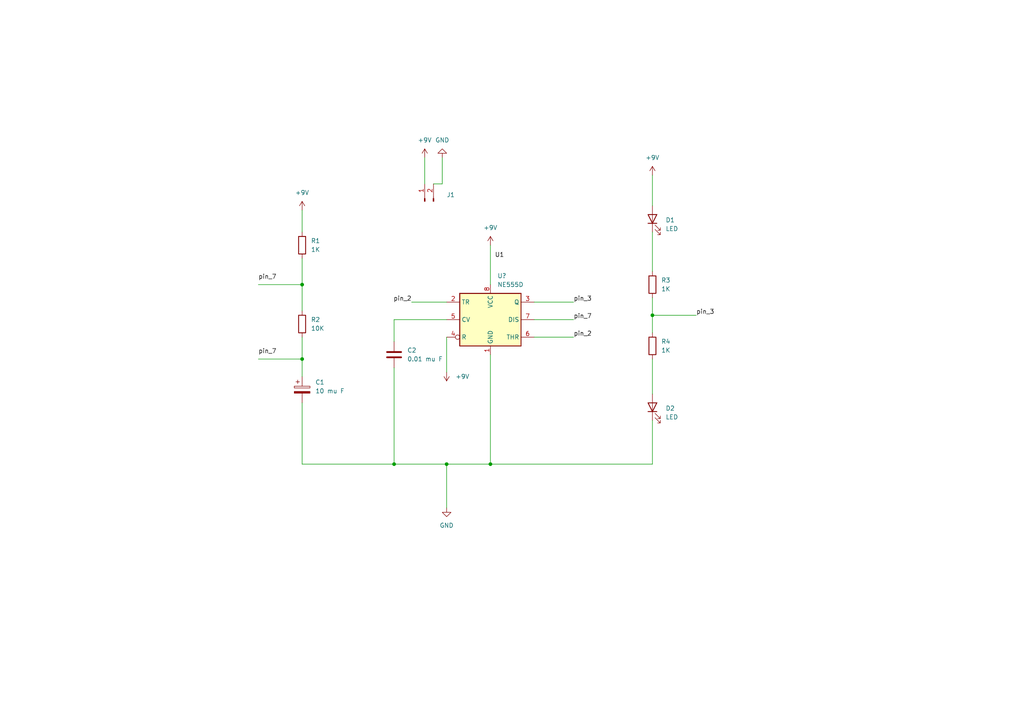
<source format=kicad_sch>
(kicad_sch (version 20211123) (generator eeschema)
  (paper "A4")
  (lib_symbols
    (symbol "Connector:Conn_01x02_Male" (pin_names (offset 1.016) hide)
      (property "Reference" "J" (at 0 2.54 0))
      (property "Value" "Conn_01x02_Male" (at 0 -5.08 0))
      (symbol "Conn_01x02_Male_1_1"
        (polyline (pts (xy 1.27 -2.54) (xy 0.8636 -2.54)) (stroke (width 0.1524)))
        (polyline (pts (xy 1.27 0) (xy 0.8636 0)) (stroke (width 0.1524)))
        (rectangle (start 0.8636 -2.413) (end 0 -2.667) (stroke (width 0.1524)) (fill (type outline)))
        (rectangle (start 0.8636 0.127) (end 0 -0.127) (stroke (width 0.1524)) (fill (type outline)))
        (pin passive line (at 5.08 0 180) (length 3.81) (name "Pin_1") (number "1"))
        (pin passive line (at 5.08 -2.54 180) (length 3.81) (name "Pin_2") (number "2"))
      )
    )
    (symbol "Device:C" (pin_numbers hide) (pin_names (offset 0.254))
      (property "Reference" "C" (at 0.635 2.54 0))
      (property "Value" "C" (at 0.635 -2.54 0))
      (symbol "C_0_1"
        (polyline (pts (xy -2.032 -0.762) (xy 2.032 -0.762)) (stroke (width 0.508)))
        (polyline (pts (xy -2.032 0.762) (xy 2.032 0.762)) (stroke (width 0.508)))
      )
      (symbol "C_1_1"
        (pin passive line (at 0 3.81 270) (length 2.794) (name "~") (number "1"))
        (pin passive line (at 0 -3.81 90) (length 2.794) (name "~") (number "2"))
      )
    )
    (symbol "Device:C_Polarized" (pin_numbers hide) (pin_names (offset 0.254))
      (property "Reference" "C" (at 0.635 2.54 0))
      (property "Value" "C_Polarized" (at 0.635 -2.54 0))
      (symbol "C_Polarized_0_1"
        (rectangle (start -2.286 0.508) (end 2.286 1.016))
        (polyline (pts (xy -1.778 2.286) (xy -0.762 2.286)))
        (polyline (pts (xy -1.27 2.794) (xy -1.27 1.778)))
        (rectangle (start 2.286 -0.508) (end -2.286 -1.016) (fill (type outline)))
      )
      (symbol "C_Polarized_1_1"
        (pin passive line (at 0 3.81 270) (length 2.794) (name "~") (number "1"))
        (pin passive line (at 0 -3.81 90) (length 2.794) (name "~") (number "2"))
      )
    )
    (symbol "Device:LED" (pin_numbers hide) (pin_names (offset 1.016) hide)
      (property "Reference" "D" (at 0 2.54 0))
      (property "Value" "LED" (at 0 -2.54 0))
      (symbol "LED_0_1"
        (polyline (pts (xy -1.27 -1.27) (xy -1.27 1.27)) (stroke (width 0.254)))
        (polyline (pts (xy -1.27 0) (xy 1.27 0)))
        (polyline (pts (xy 1.27 -1.27) (xy 1.27 1.27) (xy -1.27 0) (xy 1.27 -1.27)) (stroke (width 0.254)))
        (polyline (pts (xy -3.048 -0.762) (xy -4.572 -2.286) (xy -3.81 -2.286) (xy -4.572 -2.286) (xy -4.572 -1.524)))
        (polyline (pts (xy -1.778 -0.762) (xy -3.302 -2.286) (xy -2.54 -2.286) (xy -3.302 -2.286) (xy -3.302 -1.524)))
      )
      (symbol "LED_1_1"
        (pin passive line (at -3.81 0 0) (length 2.54) (name "K") (number "1"))
        (pin passive line (at 3.81 0 180) (length 2.54) (name "A") (number "2"))
      )
    )
    (symbol "Device:R" (pin_numbers hide) (pin_names (offset 0))
      (property "Reference" "R" (at 2.032 0 90))
      (property "Value" "R" (at 0 0 90))
      (symbol "R_0_1"
        (rectangle (start -1.016 -2.54) (end 1.016 2.54) (stroke (width 0.254)))
      )
      (symbol "R_1_1"
        (pin passive line (at 0 3.81 270) (length 1.27) (name "~") (number "1"))
        (pin passive line (at 0 -3.81 90) (length 1.27) (name "~") (number "2"))
      )
    )
    (symbol "Timer:NE555D"
      (property "Reference" "U" (at -10.16 8.89 0))
      (property "Value" "NE555D" (at 2.54 8.89 0))
      (symbol "NE555D_0_0"
        (pin power_in line (at 0 -10.16 90) (length 2.54) (name "GND") (number "1"))
        (pin power_in line (at 0 10.16 270) (length 2.54) (name "VCC") (number "8"))
      )
      (symbol "NE555D_0_1"
        (rectangle (start -8.89 -7.62) (end 8.89 7.62) (stroke (width 0.254)) (fill (type background)))
        (rectangle (start -8.89 -7.62) (end 8.89 7.62) (stroke (width 0.254)) (fill (type background)))
      )
      (symbol "NE555D_1_1"
        (pin input line (at -12.7 5.08 0) (length 3.81) (name "TR") (number "2"))
        (pin output line (at 12.7 5.08 180) (length 3.81) (name "Q") (number "3"))
        (pin input inverted (at -12.7 -5.08 0) (length 3.81) (name "R") (number "4"))
        (pin input line (at -12.7 0 0) (length 3.81) (name "CV") (number "5"))
        (pin input line (at 12.7 -5.08 180) (length 3.81) (name "THR") (number "6"))
        (pin input line (at 12.7 0 180) (length 3.81) (name "DIS") (number "7"))
      )
    )
    (symbol "power:+9V" (power) (pin_names (offset 0))
      (property "Value" "+9V" (at 0 3.556 0))
      (symbol "+9V_0_1"
        (polyline (pts (xy -0.762 1.27) (xy 0 2.54)))
        (polyline (pts (xy 0 0) (xy 0 2.54)))
        (polyline (pts (xy 0 2.54) (xy 0.762 1.27)))
      )
      (symbol "+9V_1_1"
        (pin power_in line (at 0 0 90) (length 0) hide (name "+9V") (number "1"))
      )
    )
    (symbol "power:GND" (power) (pin_names (offset 0))
      (property "Value" "GND" (at 0 -3.81 0))
      (symbol "GND_0_1"
        (polyline (pts (xy 0 0) (xy 0 -1.27) (xy 1.27 -1.27) (xy 0 -2.54) (xy -1.27 -1.27) (xy 0 -1.27)))
      )
      (symbol "GND_1_1"
        (pin power_in line (at 0 0 270) (length 0) hide (name "GND") (number "1"))
      )
    )
  )
  (junction (at 142.24 134.62))
  (junction (at 87.63 82.55))
  (junction (at 114.3 134.62))
  (junction (at 129.54 134.62))
  (junction (at 87.63 104.14))
  (junction (at 189.23 91.44))
  (wire (pts (xy 128.27 53.34) (xy 125.73 53.34)))
  (wire (pts (xy 189.23 91.44) (xy 189.23 96.52)))
  (wire (pts (xy 189.23 91.44) (xy 201.93 91.44)))
  (wire (pts (xy 74.93 104.14) (xy 87.63 104.14)))
  (wire (pts (xy 189.23 50.8) (xy 189.23 59.69)))
  (wire (pts (xy 87.63 134.62) (xy 114.3 134.62)))
  (wire (pts (xy 87.63 60.96) (xy 87.63 67.31)))
  (wire (pts (xy 189.23 104.14) (xy 189.23 114.3)))
  (wire (pts (xy 114.3 106.68) (xy 114.3 134.62)))
  (wire (pts (xy 87.63 104.14) (xy 87.63 109.22)))
  (wire (pts (xy 142.24 71.12) (xy 142.24 82.55)))
  (wire (pts (xy 189.23 67.31) (xy 189.23 78.74)))
  (wire (pts (xy 114.3 134.62) (xy 129.54 134.62)))
  (wire (pts (xy 129.54 92.71) (xy 114.3 92.71)))
  (wire (pts (xy 119.38 87.63) (xy 129.54 87.63)))
  (wire (pts (xy 142.24 134.62) (xy 189.23 134.62)))
  (wire (pts (xy 142.24 102.87) (xy 142.24 134.62)))
  (wire (pts (xy 123.19 45.72) (xy 123.19 53.34)))
  (wire (pts (xy 128.27 45.72) (xy 128.27 53.34)))
  (wire (pts (xy 87.63 82.55) (xy 87.63 90.17)))
  (wire (pts (xy 129.54 97.79) (xy 129.54 107.95)))
  (wire (pts (xy 129.54 134.62) (xy 129.54 147.32)))
  (wire (pts (xy 154.94 97.79) (xy 166.37 97.79)))
  (wire (pts (xy 189.23 134.62) (xy 189.23 121.92)))
  (wire (pts (xy 114.3 92.71) (xy 114.3 99.06)))
  (wire (pts (xy 129.54 134.62) (xy 142.24 134.62)))
  (wire (pts (xy 154.94 92.71) (xy 166.37 92.71)))
  (wire (pts (xy 87.63 74.93) (xy 87.63 82.55)))
  (wire (pts (xy 87.63 116.84) (xy 87.63 134.62)))
  (wire (pts (xy 74.93 82.55) (xy 87.63 82.55)))
  (wire (pts (xy 154.94 87.63) (xy 166.37 87.63)))
  (wire (pts (xy 189.23 86.36) (xy 189.23 91.44)))
  (wire (pts (xy 87.63 97.79) (xy 87.63 104.14)))
  (label "pin_2" (at 119.38 87.63 180))
  (label "pin_7" (at 74.93 102.87 0))
  (label "pin_7" (at 74.93 81.28 0))
  (label "pin_3" (at 201.93 91.44 0))
  (label "pin_2" (at 166.37 97.79 0))
  (label "U1" (at 143.51 74.93 0))
  (label "pin_7" (at 166.37 92.71 0))
  (label "pin_3" (at 166.37 87.63 0))
  (symbol (lib_id "power:GND") (at 128.27 45.72 0) (mirror x) (unit 1)
    (property "Reference" "#PWR?" (effects hide))
    (property "Value" "GND" (at 128.27 40.64 0))
  )
  (symbol (lib_id "Device:R") (at 189.23 100.33 0) (unit 1)
    (property "Reference" "R4" (at 191.77 99.0599 0) (effects (justify left)))
    (property "Value" "1K" (at 191.77 101.5999 0) (effects (justify left)))
  )
  (symbol (lib_id "Connector:Conn_01x02_Male") (at 123.19 58.42 90) (unit 1)
    (property "Reference" "J1" (at 129.54 56.5149 90) (effects (justify right)))
    (property "Value" " " (at 129.54 59.0549 90) (effects (justify right)))
  )
  (symbol (lib_id "Device:R") (at 189.23 82.55 0) (unit 1)
    (property "Reference" "R3" (at 191.77 81.2799 0) (effects (justify left)))
    (property "Value" "1K" (at 191.77 83.8199 0) (effects (justify left)))
  )
  (symbol (lib_id "power:+9V") (at 87.63 60.96 0) (unit 1)
    (property "Reference" "#PWR?" (effects hide))
    (property "Value" "+9V" (at 87.63 55.88 0))
  )
  (symbol (lib_id "Device:LED") (at 189.23 63.5 90) (unit 1)
    (property "Reference" "D1" (at 193.04 63.8174 90) (effects (justify right)))
    (property "Value" "LED" (at 193.04 66.3574 90) (effects (justify right)))
  )
  (symbol (lib_id "power:+9V") (at 123.19 45.72 0) (unit 1)
    (property "Reference" "#PWR?" (effects hide))
    (property "Value" "+9V" (at 123.19 40.64 0))
  )
  (symbol (lib_id "Device:C") (at 114.3 102.87 0) (unit 1)
    (property "Reference" "C2" (at 118.11 101.5999 0) (effects (justify left)))
    (property "Value" "0.01 mu F" (at 118.11 104.1399 0) (effects (justify left)))
  )
  (symbol (lib_id "power:+9V") (at 189.23 50.8 0) (unit 1)
    (property "Reference" "#PWR?" (effects hide))
    (property "Value" "+9V" (at 189.23 45.72 0))
  )
  (symbol (lib_id "Device:LED") (at 189.23 118.11 90) (unit 1)
    (property "Reference" "D2" (at 193.04 118.4274 90) (effects (justify right)))
    (property "Value" "LED" (at 193.04 120.9674 90) (effects (justify right)))
  )
  (symbol (lib_id "Device:C_Polarized") (at 87.63 113.03 0) (unit 1)
    (property "Reference" "C1" (at 91.44 110.8709 0) (effects (justify left)))
    (property "Value" "10 mu F" (at 91.44 113.4109 0) (effects (justify left)))
  )
  (symbol (lib_id "power:GND") (at 129.54 147.32 0) (unit 1)
    (property "Reference" "#PWR?" (effects hide))
    (property "Value" "GND" (at 129.54 152.4 0))
  )
  (symbol (lib_id "Device:R") (at 87.63 71.12 0) (unit 1)
    (property "Reference" "R1" (at 90.17 69.8499 0) (effects (justify left)))
    (property "Value" "1K" (at 90.17 72.3899 0) (effects (justify left)))
  )
  (symbol (lib_id "power:+9V") (at 142.24 71.12 0) (unit 1)
    (property "Reference" "#PWR?" (effects hide))
    (property "Value" "+9V" (at 142.24 66.04 0))
  )
  (symbol (lib_id "Timer:NE555D") (at 142.24 92.71 0) (unit 1)
    (property "Reference" "U?" (at 144.2594 80.01 0) (effects (justify left)))
    (property "Value" "NE555D" (at 144.2594 82.55 0) (effects (justify left)))
    (property "Footprint" "Package_SO:SOIC-8_3.9x4.9mm_P1.27mm" (effects hide))
    (property "Datasheet" "http://www.ti.com/lit/ds/symlink/ne555.pdf" (effects hide))
  )
  (symbol (lib_id "Device:R") (at 87.63 93.98 0) (unit 1)
    (property "Reference" "R2" (at 90.17 92.7099 0) (effects (justify left)))
    (property "Value" "10K" (at 90.17 95.2499 0) (effects (justify left)))
  )
  (symbol (lib_id "power:+9V") (at 129.54 107.95 180) (unit 1)
    (property "Reference" "#PWR?" (effects hide))
    (property "Value" "+9V" (at 132.08 109.2199 0) (effects (justify right)))
  )
)
</source>
